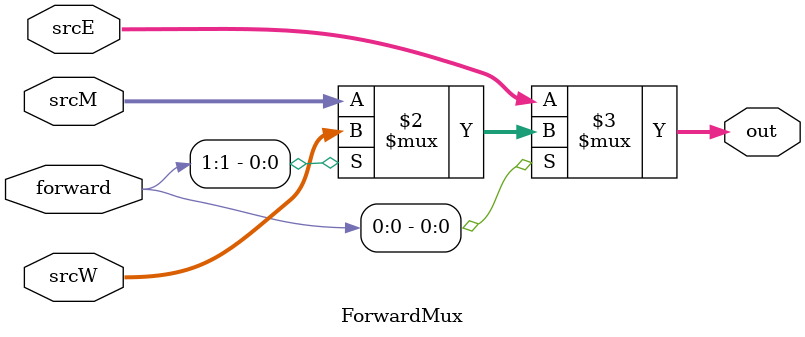
<source format=v>
`include "consts.v"

module ForwardMux(input [31:0] srcE, srcM, srcW, 
                  input [1:0] forward, 
                  output [31:0] out);
    assign out = forward[0] == 0 ? srcE :
                 forward[1] ? srcW : srcM;
endmodule
</source>
